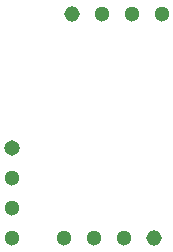
<source format=gbl>
G04*
G04 #@! TF.GenerationSoftware,Altium Limited,Altium Designer,24.10.1 (45)*
G04*
G04 Layer_Physical_Order=2*
G04 Layer_Color=16711680*
%FSLAX25Y25*%
%MOIN*%
G70*
G04*
G04 #@! TF.SameCoordinates,E5876448-55ED-4AE9-9455-0B125572086D*
G04*
G04*
G04 #@! TF.FilePolarity,Positive*
G04*
G01*
G75*
%ADD22O,0.05118X0.05236*%
%ADD23C,0.05118*%
%ADD24O,0.05236X0.05118*%
D22*
X56600Y8300D02*
D03*
X29000Y83000D02*
D03*
D23*
X46600Y8300D02*
D03*
X36600D02*
D03*
X26600D02*
D03*
X39000Y83000D02*
D03*
X49000D02*
D03*
X59000D02*
D03*
X9100Y28300D02*
D03*
Y18300D02*
D03*
Y8300D02*
D03*
D24*
Y38300D02*
D03*
M02*

</source>
